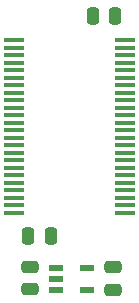
<source format=gtp>
%TF.GenerationSoftware,KiCad,Pcbnew,8.0.3*%
%TF.CreationDate,2024-07-04T18:09:40+02:00*%
%TF.ProjectId,SD Card Write Data,53442043-6172-4642-9057-726974652044,V0*%
%TF.SameCoordinates,PX54c81a0PY37b6b20*%
%TF.FileFunction,Paste,Top*%
%TF.FilePolarity,Positive*%
%FSLAX46Y46*%
G04 Gerber Fmt 4.6, Leading zero omitted, Abs format (unit mm)*
G04 Created by KiCad (PCBNEW 8.0.3) date 2024-07-04 18:09:40*
%MOMM*%
%LPD*%
G01*
G04 APERTURE LIST*
G04 Aperture macros list*
%AMRoundRect*
0 Rectangle with rounded corners*
0 $1 Rounding radius*
0 $2 $3 $4 $5 $6 $7 $8 $9 X,Y pos of 4 corners*
0 Add a 4 corners polygon primitive as box body*
4,1,4,$2,$3,$4,$5,$6,$7,$8,$9,$2,$3,0*
0 Add four circle primitives for the rounded corners*
1,1,$1+$1,$2,$3*
1,1,$1+$1,$4,$5*
1,1,$1+$1,$6,$7*
1,1,$1+$1,$8,$9*
0 Add four rect primitives between the rounded corners*
20,1,$1+$1,$2,$3,$4,$5,0*
20,1,$1+$1,$4,$5,$6,$7,0*
20,1,$1+$1,$6,$7,$8,$9,0*
20,1,$1+$1,$8,$9,$2,$3,0*%
G04 Aperture macros list end*
%ADD10RoundRect,0.250000X-0.250000X-0.475000X0.250000X-0.475000X0.250000X0.475000X-0.250000X0.475000X0*%
%ADD11RoundRect,0.250000X0.250000X0.475000X-0.250000X0.475000X-0.250000X-0.475000X0.250000X-0.475000X0*%
%ADD12RoundRect,0.250000X0.475000X-0.250000X0.475000X0.250000X-0.475000X0.250000X-0.475000X-0.250000X0*%
%ADD13R,1.150000X0.600000*%
%ADD14R,1.800000X0.430000*%
G04 APERTURE END LIST*
D10*
%TO.C,C1*%
X4146000Y-23241000D03*
X6046000Y-23241000D03*
%TD*%
D11*
%TO.C,C4*%
X11475000Y-4572000D03*
X9575000Y-4572000D03*
%TD*%
D12*
%TO.C,C11*%
X11333000Y-27792000D03*
X11333000Y-25892000D03*
%TD*%
D13*
%TO.C,IC1*%
X6477000Y-25908000D03*
X6477000Y-26858000D03*
X6477000Y-27808000D03*
X9077000Y-27808000D03*
X9077000Y-25908000D03*
%TD*%
D14*
%TO.C,IC3*%
X12320000Y-21270766D03*
X12320000Y-20636766D03*
X12320000Y-20000766D03*
X12319999Y-19366766D03*
X12319999Y-18730766D03*
X12320000Y-18096766D03*
X12320000Y-17460766D03*
X12320000Y-16826766D03*
X12320000Y-16190766D03*
X12319999Y-15556766D03*
X12320000Y-14920766D03*
X12320000Y-14286766D03*
X12320000Y-13650766D03*
X12320000Y-13016766D03*
X12319999Y-12380766D03*
X12320000Y-11746766D03*
X12320000Y-11110766D03*
X12320000Y-10476766D03*
X12320000Y-9840766D03*
X12319999Y-9206766D03*
X12319999Y-8570766D03*
X12320000Y-7936766D03*
X12320000Y-7300766D03*
X12320000Y-6666766D03*
X2920000Y-6666766D03*
X2920000Y-7300766D03*
X2920000Y-7936766D03*
X2920001Y-8570766D03*
X2920001Y-9206766D03*
X2920000Y-9840766D03*
X2920000Y-10476766D03*
X2920000Y-11110766D03*
X2920000Y-11746766D03*
X2920001Y-12380766D03*
X2920000Y-13016766D03*
X2920000Y-13650766D03*
X2920000Y-14286766D03*
X2920000Y-14920766D03*
X2920001Y-15556766D03*
X2920000Y-16190766D03*
X2920000Y-16826766D03*
X2920000Y-17460766D03*
X2920000Y-18096766D03*
X2920001Y-18730766D03*
X2920001Y-19366766D03*
X2920000Y-20000766D03*
X2920000Y-20636766D03*
X2920000Y-21270766D03*
%TD*%
D12*
%TO.C,C10*%
X4259000Y-27742000D03*
X4259000Y-25842000D03*
%TD*%
M02*

</source>
